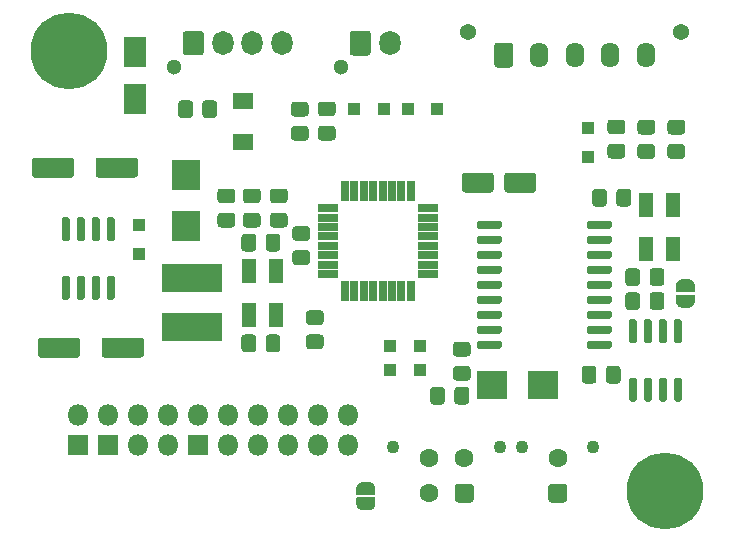
<source format=gbr>
%TF.GenerationSoftware,KiCad,Pcbnew,(5.1.6-0-10_14)*%
%TF.CreationDate,2021-05-10T19:53:14+02:00*%
%TF.ProjectId,CAN_Display,43414e5f-4469-4737-906c-61792e6b6963,rev?*%
%TF.SameCoordinates,Original*%
%TF.FileFunction,Soldermask,Top*%
%TF.FilePolarity,Negative*%
%FSLAX46Y46*%
G04 Gerber Fmt 4.6, Leading zero omitted, Abs format (unit mm)*
G04 Created by KiCad (PCBNEW (5.1.6-0-10_14)) date 2021-05-10 19:53:14*
%MOMM*%
%LPD*%
G01*
G04 APERTURE LIST*
%ADD10O,1.800000X1.800000*%
%ADD11R,1.800000X1.800000*%
%ADD12C,1.300000*%
%ADD13O,1.800000X2.100000*%
%ADD14O,1.800000X2.050000*%
%ADD15O,1.600000X2.120000*%
%ADD16C,1.370000*%
%ADD17R,2.600000X2.400000*%
%ADD18R,1.900000X2.600000*%
%ADD19C,1.600000*%
%ADD20C,1.100000*%
%ADD21R,1.100000X1.100000*%
%ADD22R,1.200000X2.000000*%
%ADD23C,0.100000*%
%ADD24R,1.800000X1.400000*%
%ADD25R,5.200000X2.450000*%
%ADD26R,2.400000X2.600000*%
%ADD27C,0.900000*%
%ADD28C,6.500000*%
%ADD29R,0.650000X1.700000*%
%ADD30R,1.700000X0.650000*%
G04 APERTURE END LIST*
D10*
%TO.C,J5*%
X139192000Y-111760000D03*
X139192000Y-114300000D03*
X136652000Y-111760000D03*
X136652000Y-114300000D03*
X134112000Y-111760000D03*
D11*
X134112000Y-114300000D03*
%TD*%
D12*
%TO.C,J2*%
X153888000Y-82264000D03*
D13*
X157988000Y-80264000D03*
G36*
G01*
X154588000Y-81049294D02*
X154588000Y-79478706D01*
G75*
G02*
X154852706Y-79214000I264706J0D01*
G01*
X156123294Y-79214000D01*
G75*
G02*
X156388000Y-79478706I0J-264706D01*
G01*
X156388000Y-81049294D01*
G75*
G02*
X156123294Y-81314000I-264706J0D01*
G01*
X154852706Y-81314000D01*
G75*
G02*
X154588000Y-81049294I0J264706D01*
G01*
G37*
%TD*%
D12*
%TO.C,J4*%
X139744000Y-82264000D03*
D14*
X148844000Y-80264000D03*
X146344000Y-80264000D03*
X143844000Y-80264000D03*
G36*
G01*
X140444000Y-81024294D02*
X140444000Y-79503706D01*
G75*
G02*
X140708706Y-79239000I264706J0D01*
G01*
X141979294Y-79239000D01*
G75*
G02*
X142244000Y-79503706I0J-264706D01*
G01*
X142244000Y-81024294D01*
G75*
G02*
X141979294Y-81289000I-264706J0D01*
G01*
X140708706Y-81289000D01*
G75*
G02*
X140444000Y-81024294I0J264706D01*
G01*
G37*
%TD*%
D10*
%TO.C,J3*%
X131572000Y-111760000D03*
D11*
X131572000Y-114300000D03*
%TD*%
D15*
%TO.C,J6*%
X179640000Y-81280000D03*
X176640000Y-81280000D03*
X173640000Y-81280000D03*
X170640000Y-81280000D03*
G36*
G01*
X166840000Y-82073333D02*
X166840000Y-80486667D01*
G75*
G02*
X167106667Y-80220000I266667J0D01*
G01*
X168173333Y-80220000D01*
G75*
G02*
X168440000Y-80486667I0J-266667D01*
G01*
X168440000Y-82073333D01*
G75*
G02*
X168173333Y-82340000I-266667J0D01*
G01*
X167106667Y-82340000D01*
G75*
G02*
X166840000Y-82073333I0J266667D01*
G01*
G37*
D16*
X182640000Y-79320000D03*
X164640000Y-79320000D03*
%TD*%
D10*
%TO.C,J7*%
X154432000Y-111760000D03*
X154432000Y-114300000D03*
X151892000Y-111760000D03*
X151892000Y-114300000D03*
X149352000Y-111760000D03*
X149352000Y-114300000D03*
X146812000Y-111760000D03*
X146812000Y-114300000D03*
X144272000Y-111760000D03*
X144272000Y-114300000D03*
X141732000Y-111760000D03*
D11*
X141732000Y-114300000D03*
%TD*%
%TO.C,U1*%
G36*
G01*
X167494000Y-105616000D02*
X167494000Y-105966000D01*
G75*
G02*
X167319000Y-106141000I-175000J0D01*
G01*
X165519000Y-106141000D01*
G75*
G02*
X165344000Y-105966000I0J175000D01*
G01*
X165344000Y-105616000D01*
G75*
G02*
X165519000Y-105441000I175000J0D01*
G01*
X167319000Y-105441000D01*
G75*
G02*
X167494000Y-105616000I0J-175000D01*
G01*
G37*
G36*
G01*
X167494000Y-104346000D02*
X167494000Y-104696000D01*
G75*
G02*
X167319000Y-104871000I-175000J0D01*
G01*
X165519000Y-104871000D01*
G75*
G02*
X165344000Y-104696000I0J175000D01*
G01*
X165344000Y-104346000D01*
G75*
G02*
X165519000Y-104171000I175000J0D01*
G01*
X167319000Y-104171000D01*
G75*
G02*
X167494000Y-104346000I0J-175000D01*
G01*
G37*
G36*
G01*
X167494000Y-103076000D02*
X167494000Y-103426000D01*
G75*
G02*
X167319000Y-103601000I-175000J0D01*
G01*
X165519000Y-103601000D01*
G75*
G02*
X165344000Y-103426000I0J175000D01*
G01*
X165344000Y-103076000D01*
G75*
G02*
X165519000Y-102901000I175000J0D01*
G01*
X167319000Y-102901000D01*
G75*
G02*
X167494000Y-103076000I0J-175000D01*
G01*
G37*
G36*
G01*
X167494000Y-101806000D02*
X167494000Y-102156000D01*
G75*
G02*
X167319000Y-102331000I-175000J0D01*
G01*
X165519000Y-102331000D01*
G75*
G02*
X165344000Y-102156000I0J175000D01*
G01*
X165344000Y-101806000D01*
G75*
G02*
X165519000Y-101631000I175000J0D01*
G01*
X167319000Y-101631000D01*
G75*
G02*
X167494000Y-101806000I0J-175000D01*
G01*
G37*
G36*
G01*
X167494000Y-100536000D02*
X167494000Y-100886000D01*
G75*
G02*
X167319000Y-101061000I-175000J0D01*
G01*
X165519000Y-101061000D01*
G75*
G02*
X165344000Y-100886000I0J175000D01*
G01*
X165344000Y-100536000D01*
G75*
G02*
X165519000Y-100361000I175000J0D01*
G01*
X167319000Y-100361000D01*
G75*
G02*
X167494000Y-100536000I0J-175000D01*
G01*
G37*
G36*
G01*
X167494000Y-99266000D02*
X167494000Y-99616000D01*
G75*
G02*
X167319000Y-99791000I-175000J0D01*
G01*
X165519000Y-99791000D01*
G75*
G02*
X165344000Y-99616000I0J175000D01*
G01*
X165344000Y-99266000D01*
G75*
G02*
X165519000Y-99091000I175000J0D01*
G01*
X167319000Y-99091000D01*
G75*
G02*
X167494000Y-99266000I0J-175000D01*
G01*
G37*
G36*
G01*
X167494000Y-97996000D02*
X167494000Y-98346000D01*
G75*
G02*
X167319000Y-98521000I-175000J0D01*
G01*
X165519000Y-98521000D01*
G75*
G02*
X165344000Y-98346000I0J175000D01*
G01*
X165344000Y-97996000D01*
G75*
G02*
X165519000Y-97821000I175000J0D01*
G01*
X167319000Y-97821000D01*
G75*
G02*
X167494000Y-97996000I0J-175000D01*
G01*
G37*
G36*
G01*
X167494000Y-96726000D02*
X167494000Y-97076000D01*
G75*
G02*
X167319000Y-97251000I-175000J0D01*
G01*
X165519000Y-97251000D01*
G75*
G02*
X165344000Y-97076000I0J175000D01*
G01*
X165344000Y-96726000D01*
G75*
G02*
X165519000Y-96551000I175000J0D01*
G01*
X167319000Y-96551000D01*
G75*
G02*
X167494000Y-96726000I0J-175000D01*
G01*
G37*
G36*
G01*
X167494000Y-95456000D02*
X167494000Y-95806000D01*
G75*
G02*
X167319000Y-95981000I-175000J0D01*
G01*
X165519000Y-95981000D01*
G75*
G02*
X165344000Y-95806000I0J175000D01*
G01*
X165344000Y-95456000D01*
G75*
G02*
X165519000Y-95281000I175000J0D01*
G01*
X167319000Y-95281000D01*
G75*
G02*
X167494000Y-95456000I0J-175000D01*
G01*
G37*
G36*
G01*
X176794000Y-95456000D02*
X176794000Y-95806000D01*
G75*
G02*
X176619000Y-95981000I-175000J0D01*
G01*
X174819000Y-95981000D01*
G75*
G02*
X174644000Y-95806000I0J175000D01*
G01*
X174644000Y-95456000D01*
G75*
G02*
X174819000Y-95281000I175000J0D01*
G01*
X176619000Y-95281000D01*
G75*
G02*
X176794000Y-95456000I0J-175000D01*
G01*
G37*
G36*
G01*
X176794000Y-96726000D02*
X176794000Y-97076000D01*
G75*
G02*
X176619000Y-97251000I-175000J0D01*
G01*
X174819000Y-97251000D01*
G75*
G02*
X174644000Y-97076000I0J175000D01*
G01*
X174644000Y-96726000D01*
G75*
G02*
X174819000Y-96551000I175000J0D01*
G01*
X176619000Y-96551000D01*
G75*
G02*
X176794000Y-96726000I0J-175000D01*
G01*
G37*
G36*
G01*
X176794000Y-97996000D02*
X176794000Y-98346000D01*
G75*
G02*
X176619000Y-98521000I-175000J0D01*
G01*
X174819000Y-98521000D01*
G75*
G02*
X174644000Y-98346000I0J175000D01*
G01*
X174644000Y-97996000D01*
G75*
G02*
X174819000Y-97821000I175000J0D01*
G01*
X176619000Y-97821000D01*
G75*
G02*
X176794000Y-97996000I0J-175000D01*
G01*
G37*
G36*
G01*
X176794000Y-99266000D02*
X176794000Y-99616000D01*
G75*
G02*
X176619000Y-99791000I-175000J0D01*
G01*
X174819000Y-99791000D01*
G75*
G02*
X174644000Y-99616000I0J175000D01*
G01*
X174644000Y-99266000D01*
G75*
G02*
X174819000Y-99091000I175000J0D01*
G01*
X176619000Y-99091000D01*
G75*
G02*
X176794000Y-99266000I0J-175000D01*
G01*
G37*
G36*
G01*
X176794000Y-100536000D02*
X176794000Y-100886000D01*
G75*
G02*
X176619000Y-101061000I-175000J0D01*
G01*
X174819000Y-101061000D01*
G75*
G02*
X174644000Y-100886000I0J175000D01*
G01*
X174644000Y-100536000D01*
G75*
G02*
X174819000Y-100361000I175000J0D01*
G01*
X176619000Y-100361000D01*
G75*
G02*
X176794000Y-100536000I0J-175000D01*
G01*
G37*
G36*
G01*
X176794000Y-101806000D02*
X176794000Y-102156000D01*
G75*
G02*
X176619000Y-102331000I-175000J0D01*
G01*
X174819000Y-102331000D01*
G75*
G02*
X174644000Y-102156000I0J175000D01*
G01*
X174644000Y-101806000D01*
G75*
G02*
X174819000Y-101631000I175000J0D01*
G01*
X176619000Y-101631000D01*
G75*
G02*
X176794000Y-101806000I0J-175000D01*
G01*
G37*
G36*
G01*
X176794000Y-103076000D02*
X176794000Y-103426000D01*
G75*
G02*
X176619000Y-103601000I-175000J0D01*
G01*
X174819000Y-103601000D01*
G75*
G02*
X174644000Y-103426000I0J175000D01*
G01*
X174644000Y-103076000D01*
G75*
G02*
X174819000Y-102901000I175000J0D01*
G01*
X176619000Y-102901000D01*
G75*
G02*
X176794000Y-103076000I0J-175000D01*
G01*
G37*
G36*
G01*
X176794000Y-104346000D02*
X176794000Y-104696000D01*
G75*
G02*
X176619000Y-104871000I-175000J0D01*
G01*
X174819000Y-104871000D01*
G75*
G02*
X174644000Y-104696000I0J175000D01*
G01*
X174644000Y-104346000D01*
G75*
G02*
X174819000Y-104171000I175000J0D01*
G01*
X176619000Y-104171000D01*
G75*
G02*
X176794000Y-104346000I0J-175000D01*
G01*
G37*
G36*
G01*
X176794000Y-105616000D02*
X176794000Y-105966000D01*
G75*
G02*
X176619000Y-106141000I-175000J0D01*
G01*
X174819000Y-106141000D01*
G75*
G02*
X174644000Y-105966000I0J175000D01*
G01*
X174644000Y-105616000D01*
G75*
G02*
X174819000Y-105441000I175000J0D01*
G01*
X176619000Y-105441000D01*
G75*
G02*
X176794000Y-105616000I0J-175000D01*
G01*
G37*
%TD*%
D17*
%TO.C,D2*%
X166642000Y-109220000D03*
X170942000Y-109220000D03*
%TD*%
D18*
%TO.C,D8*%
X136398000Y-81026000D03*
X136398000Y-85026000D03*
%TD*%
D19*
%TO.C,J8*%
X172212000Y-115364000D03*
G36*
G01*
X173012000Y-117830667D02*
X173012000Y-118897333D01*
G75*
G02*
X172745333Y-119164000I-266667J0D01*
G01*
X171678667Y-119164000D01*
G75*
G02*
X171412000Y-118897333I0J266667D01*
G01*
X171412000Y-117830667D01*
G75*
G02*
X171678667Y-117564000I266667J0D01*
G01*
X172745333Y-117564000D01*
G75*
G02*
X173012000Y-117830667I0J-266667D01*
G01*
G37*
D20*
X169212000Y-114424000D03*
X175212000Y-114424000D03*
%TD*%
D21*
%TO.C,D7*%
X160528000Y-107950000D03*
X158028000Y-107950000D03*
%TD*%
%TO.C,D6*%
X160528000Y-105918000D03*
X158028000Y-105918000D03*
%TD*%
%TO.C,D5*%
X154980000Y-85852000D03*
X157480000Y-85852000D03*
%TD*%
%TO.C,D3*%
X159512000Y-85852000D03*
X162012000Y-85852000D03*
%TD*%
%TO.C,D1*%
X174752000Y-89916000D03*
X174752000Y-87416000D03*
%TD*%
%TO.C,D10*%
X136779000Y-95631000D03*
X136779000Y-98131000D03*
%TD*%
D22*
%TO.C,Y2*%
X181991000Y-93980000D03*
X181991000Y-97680000D03*
X179691000Y-97680000D03*
X179691000Y-93980000D03*
%TD*%
%TO.C,Y1*%
X148336000Y-99568000D03*
X148336000Y-103268000D03*
X146036000Y-103268000D03*
X146036000Y-99568000D03*
%TD*%
D23*
%TO.C,JP1*%
G36*
X156755398Y-119274111D02*
G01*
X156755398Y-119292534D01*
X156755157Y-119297435D01*
X156750347Y-119346266D01*
X156749627Y-119351119D01*
X156740055Y-119399244D01*
X156738863Y-119404005D01*
X156724619Y-119450960D01*
X156722966Y-119455579D01*
X156704189Y-119500912D01*
X156702091Y-119505349D01*
X156678960Y-119548622D01*
X156676438Y-119552829D01*
X156649178Y-119593628D01*
X156646254Y-119597570D01*
X156615126Y-119635499D01*
X156611831Y-119639134D01*
X156577134Y-119673831D01*
X156573499Y-119677126D01*
X156535570Y-119708254D01*
X156531628Y-119711178D01*
X156490829Y-119738438D01*
X156486622Y-119740960D01*
X156443349Y-119764091D01*
X156438912Y-119766189D01*
X156393579Y-119784966D01*
X156388960Y-119786619D01*
X156342005Y-119800863D01*
X156337244Y-119802055D01*
X156289119Y-119811627D01*
X156284266Y-119812347D01*
X156235435Y-119817157D01*
X156230534Y-119817398D01*
X156212111Y-119817398D01*
X156206000Y-119818000D01*
X155706000Y-119818000D01*
X155699889Y-119817398D01*
X155681466Y-119817398D01*
X155676565Y-119817157D01*
X155627734Y-119812347D01*
X155622881Y-119811627D01*
X155574756Y-119802055D01*
X155569995Y-119800863D01*
X155523040Y-119786619D01*
X155518421Y-119784966D01*
X155473088Y-119766189D01*
X155468651Y-119764091D01*
X155425378Y-119740960D01*
X155421171Y-119738438D01*
X155380372Y-119711178D01*
X155376430Y-119708254D01*
X155338501Y-119677126D01*
X155334866Y-119673831D01*
X155300169Y-119639134D01*
X155296874Y-119635499D01*
X155265746Y-119597570D01*
X155262822Y-119593628D01*
X155235562Y-119552829D01*
X155233040Y-119548622D01*
X155209909Y-119505349D01*
X155207811Y-119500912D01*
X155189034Y-119455579D01*
X155187381Y-119450960D01*
X155173137Y-119404005D01*
X155171945Y-119399244D01*
X155162373Y-119351119D01*
X155161653Y-119346266D01*
X155156843Y-119297435D01*
X155156602Y-119292534D01*
X155156602Y-119274111D01*
X155156000Y-119268000D01*
X155156000Y-118768000D01*
X155156961Y-118758245D01*
X155159806Y-118748866D01*
X155164427Y-118740221D01*
X155170645Y-118732645D01*
X155178221Y-118726427D01*
X155186866Y-118721806D01*
X155196245Y-118718961D01*
X155206000Y-118718000D01*
X156706000Y-118718000D01*
X156715755Y-118718961D01*
X156725134Y-118721806D01*
X156733779Y-118726427D01*
X156741355Y-118732645D01*
X156747573Y-118740221D01*
X156752194Y-118748866D01*
X156755039Y-118758245D01*
X156756000Y-118768000D01*
X156756000Y-119268000D01*
X156755398Y-119274111D01*
G37*
G36*
X156755039Y-118477755D02*
G01*
X156752194Y-118487134D01*
X156747573Y-118495779D01*
X156741355Y-118503355D01*
X156733779Y-118509573D01*
X156725134Y-118514194D01*
X156715755Y-118517039D01*
X156706000Y-118518000D01*
X155206000Y-118518000D01*
X155196245Y-118517039D01*
X155186866Y-118514194D01*
X155178221Y-118509573D01*
X155170645Y-118503355D01*
X155164427Y-118495779D01*
X155159806Y-118487134D01*
X155156961Y-118477755D01*
X155156000Y-118468000D01*
X155156000Y-117968000D01*
X155156602Y-117961889D01*
X155156602Y-117943466D01*
X155156843Y-117938565D01*
X155161653Y-117889734D01*
X155162373Y-117884881D01*
X155171945Y-117836756D01*
X155173137Y-117831995D01*
X155187381Y-117785040D01*
X155189034Y-117780421D01*
X155207811Y-117735088D01*
X155209909Y-117730651D01*
X155233040Y-117687378D01*
X155235562Y-117683171D01*
X155262822Y-117642372D01*
X155265746Y-117638430D01*
X155296874Y-117600501D01*
X155300169Y-117596866D01*
X155334866Y-117562169D01*
X155338501Y-117558874D01*
X155376430Y-117527746D01*
X155380372Y-117524822D01*
X155421171Y-117497562D01*
X155425378Y-117495040D01*
X155468651Y-117471909D01*
X155473088Y-117469811D01*
X155518421Y-117451034D01*
X155523040Y-117449381D01*
X155569995Y-117435137D01*
X155574756Y-117433945D01*
X155622881Y-117424373D01*
X155627734Y-117423653D01*
X155676565Y-117418843D01*
X155681466Y-117418602D01*
X155699889Y-117418602D01*
X155706000Y-117418000D01*
X156206000Y-117418000D01*
X156212111Y-117418602D01*
X156230534Y-117418602D01*
X156235435Y-117418843D01*
X156284266Y-117423653D01*
X156289119Y-117424373D01*
X156337244Y-117433945D01*
X156342005Y-117435137D01*
X156388960Y-117449381D01*
X156393579Y-117451034D01*
X156438912Y-117469811D01*
X156443349Y-117471909D01*
X156486622Y-117495040D01*
X156490829Y-117497562D01*
X156531628Y-117524822D01*
X156535570Y-117527746D01*
X156573499Y-117558874D01*
X156577134Y-117562169D01*
X156611831Y-117596866D01*
X156615126Y-117600501D01*
X156646254Y-117638430D01*
X156649178Y-117642372D01*
X156676438Y-117683171D01*
X156678960Y-117687378D01*
X156702091Y-117730651D01*
X156704189Y-117735088D01*
X156722966Y-117780421D01*
X156724619Y-117785040D01*
X156738863Y-117831995D01*
X156740055Y-117836756D01*
X156749627Y-117884881D01*
X156750347Y-117889734D01*
X156755157Y-117938565D01*
X156755398Y-117943466D01*
X156755398Y-117961889D01*
X156756000Y-117968000D01*
X156756000Y-118468000D01*
X156755039Y-118477755D01*
G37*
%TD*%
%TO.C,R7*%
G36*
G01*
X150846262Y-86477000D02*
X149889738Y-86477000D01*
G75*
G02*
X149618000Y-86205262I0J271738D01*
G01*
X149618000Y-85498738D01*
G75*
G02*
X149889738Y-85227000I271738J0D01*
G01*
X150846262Y-85227000D01*
G75*
G02*
X151118000Y-85498738I0J-271738D01*
G01*
X151118000Y-86205262D01*
G75*
G02*
X150846262Y-86477000I-271738J0D01*
G01*
G37*
G36*
G01*
X150846262Y-88527000D02*
X149889738Y-88527000D01*
G75*
G02*
X149618000Y-88255262I0J271738D01*
G01*
X149618000Y-87548738D01*
G75*
G02*
X149889738Y-87277000I271738J0D01*
G01*
X150846262Y-87277000D01*
G75*
G02*
X151118000Y-87548738I0J-271738D01*
G01*
X151118000Y-88255262D01*
G75*
G02*
X150846262Y-88527000I-271738J0D01*
G01*
G37*
%TD*%
%TO.C,R6*%
G36*
G01*
X141323000Y-85373738D02*
X141323000Y-86330262D01*
G75*
G02*
X141051262Y-86602000I-271738J0D01*
G01*
X140344738Y-86602000D01*
G75*
G02*
X140073000Y-86330262I0J271738D01*
G01*
X140073000Y-85373738D01*
G75*
G02*
X140344738Y-85102000I271738J0D01*
G01*
X141051262Y-85102000D01*
G75*
G02*
X141323000Y-85373738I0J-271738D01*
G01*
G37*
G36*
G01*
X143373000Y-85373738D02*
X143373000Y-86330262D01*
G75*
G02*
X143101262Y-86602000I-271738J0D01*
G01*
X142394738Y-86602000D01*
G75*
G02*
X142123000Y-86330262I0J271738D01*
G01*
X142123000Y-85373738D01*
G75*
G02*
X142394738Y-85102000I271738J0D01*
G01*
X143101262Y-85102000D01*
G75*
G02*
X143373000Y-85373738I0J-271738D01*
G01*
G37*
%TD*%
D24*
%TO.C,D4*%
X145542000Y-85146000D03*
X145542000Y-88646000D03*
%TD*%
%TO.C,C11*%
G36*
G01*
X167687000Y-92659375D02*
X167687000Y-91490625D01*
G75*
G02*
X167952625Y-91225000I265625J0D01*
G01*
X170121375Y-91225000D01*
G75*
G02*
X170387000Y-91490625I0J-265625D01*
G01*
X170387000Y-92659375D01*
G75*
G02*
X170121375Y-92925000I-265625J0D01*
G01*
X167952625Y-92925000D01*
G75*
G02*
X167687000Y-92659375I0J265625D01*
G01*
G37*
G36*
G01*
X164087000Y-92659375D02*
X164087000Y-91490625D01*
G75*
G02*
X164352625Y-91225000I265625J0D01*
G01*
X166521375Y-91225000D01*
G75*
G02*
X166787000Y-91490625I0J-265625D01*
G01*
X166787000Y-92659375D01*
G75*
G02*
X166521375Y-92925000I-265625J0D01*
G01*
X164352625Y-92925000D01*
G75*
G02*
X164087000Y-92659375I0J265625D01*
G01*
G37*
%TD*%
%TO.C,C10*%
G36*
G01*
X153132262Y-86459000D02*
X152175738Y-86459000D01*
G75*
G02*
X151904000Y-86187262I0J271738D01*
G01*
X151904000Y-85480738D01*
G75*
G02*
X152175738Y-85209000I271738J0D01*
G01*
X153132262Y-85209000D01*
G75*
G02*
X153404000Y-85480738I0J-271738D01*
G01*
X153404000Y-86187262D01*
G75*
G02*
X153132262Y-86459000I-271738J0D01*
G01*
G37*
G36*
G01*
X153132262Y-88509000D02*
X152175738Y-88509000D01*
G75*
G02*
X151904000Y-88237262I0J271738D01*
G01*
X151904000Y-87530738D01*
G75*
G02*
X152175738Y-87259000I271738J0D01*
G01*
X153132262Y-87259000D01*
G75*
G02*
X153404000Y-87530738I0J-271738D01*
G01*
X153404000Y-88237262D01*
G75*
G02*
X153132262Y-88509000I-271738J0D01*
G01*
G37*
%TD*%
%TO.C,U4*%
G36*
G01*
X134191000Y-99940000D02*
X134541000Y-99940000D01*
G75*
G02*
X134716000Y-100115000I0J-175000D01*
G01*
X134716000Y-101815000D01*
G75*
G02*
X134541000Y-101990000I-175000J0D01*
G01*
X134191000Y-101990000D01*
G75*
G02*
X134016000Y-101815000I0J175000D01*
G01*
X134016000Y-100115000D01*
G75*
G02*
X134191000Y-99940000I175000J0D01*
G01*
G37*
G36*
G01*
X132921000Y-99940000D02*
X133271000Y-99940000D01*
G75*
G02*
X133446000Y-100115000I0J-175000D01*
G01*
X133446000Y-101815000D01*
G75*
G02*
X133271000Y-101990000I-175000J0D01*
G01*
X132921000Y-101990000D01*
G75*
G02*
X132746000Y-101815000I0J175000D01*
G01*
X132746000Y-100115000D01*
G75*
G02*
X132921000Y-99940000I175000J0D01*
G01*
G37*
G36*
G01*
X131651000Y-99940000D02*
X132001000Y-99940000D01*
G75*
G02*
X132176000Y-100115000I0J-175000D01*
G01*
X132176000Y-101815000D01*
G75*
G02*
X132001000Y-101990000I-175000J0D01*
G01*
X131651000Y-101990000D01*
G75*
G02*
X131476000Y-101815000I0J175000D01*
G01*
X131476000Y-100115000D01*
G75*
G02*
X131651000Y-99940000I175000J0D01*
G01*
G37*
G36*
G01*
X130381000Y-99940000D02*
X130731000Y-99940000D01*
G75*
G02*
X130906000Y-100115000I0J-175000D01*
G01*
X130906000Y-101815000D01*
G75*
G02*
X130731000Y-101990000I-175000J0D01*
G01*
X130381000Y-101990000D01*
G75*
G02*
X130206000Y-101815000I0J175000D01*
G01*
X130206000Y-100115000D01*
G75*
G02*
X130381000Y-99940000I175000J0D01*
G01*
G37*
G36*
G01*
X130381000Y-94990000D02*
X130731000Y-94990000D01*
G75*
G02*
X130906000Y-95165000I0J-175000D01*
G01*
X130906000Y-96865000D01*
G75*
G02*
X130731000Y-97040000I-175000J0D01*
G01*
X130381000Y-97040000D01*
G75*
G02*
X130206000Y-96865000I0J175000D01*
G01*
X130206000Y-95165000D01*
G75*
G02*
X130381000Y-94990000I175000J0D01*
G01*
G37*
G36*
G01*
X131651000Y-94990000D02*
X132001000Y-94990000D01*
G75*
G02*
X132176000Y-95165000I0J-175000D01*
G01*
X132176000Y-96865000D01*
G75*
G02*
X132001000Y-97040000I-175000J0D01*
G01*
X131651000Y-97040000D01*
G75*
G02*
X131476000Y-96865000I0J175000D01*
G01*
X131476000Y-95165000D01*
G75*
G02*
X131651000Y-94990000I175000J0D01*
G01*
G37*
G36*
G01*
X132921000Y-94990000D02*
X133271000Y-94990000D01*
G75*
G02*
X133446000Y-95165000I0J-175000D01*
G01*
X133446000Y-96865000D01*
G75*
G02*
X133271000Y-97040000I-175000J0D01*
G01*
X132921000Y-97040000D01*
G75*
G02*
X132746000Y-96865000I0J175000D01*
G01*
X132746000Y-95165000D01*
G75*
G02*
X132921000Y-94990000I175000J0D01*
G01*
G37*
G36*
G01*
X134191000Y-94990000D02*
X134541000Y-94990000D01*
G75*
G02*
X134716000Y-95165000I0J-175000D01*
G01*
X134716000Y-96865000D01*
G75*
G02*
X134541000Y-97040000I-175000J0D01*
G01*
X134191000Y-97040000D01*
G75*
G02*
X134016000Y-96865000I0J175000D01*
G01*
X134016000Y-95165000D01*
G75*
G02*
X134191000Y-94990000I175000J0D01*
G01*
G37*
%TD*%
D25*
%TO.C,L1*%
X141224000Y-104267000D03*
X141224000Y-100117000D03*
%TD*%
D26*
%TO.C,D9*%
X140716000Y-95758000D03*
X140716000Y-91458000D03*
%TD*%
%TO.C,C14*%
G36*
G01*
X131782000Y-105460625D02*
X131782000Y-106629375D01*
G75*
G02*
X131516375Y-106895000I-265625J0D01*
G01*
X128447625Y-106895000D01*
G75*
G02*
X128182000Y-106629375I0J265625D01*
G01*
X128182000Y-105460625D01*
G75*
G02*
X128447625Y-105195000I265625J0D01*
G01*
X131516375Y-105195000D01*
G75*
G02*
X131782000Y-105460625I0J-265625D01*
G01*
G37*
G36*
G01*
X137182000Y-105460625D02*
X137182000Y-106629375D01*
G75*
G02*
X136916375Y-106895000I-265625J0D01*
G01*
X133847625Y-106895000D01*
G75*
G02*
X133582000Y-106629375I0J265625D01*
G01*
X133582000Y-105460625D01*
G75*
G02*
X133847625Y-105195000I265625J0D01*
G01*
X136916375Y-105195000D01*
G75*
G02*
X137182000Y-105460625I0J-265625D01*
G01*
G37*
%TD*%
%TO.C,C13*%
G36*
G01*
X131274000Y-90220625D02*
X131274000Y-91389375D01*
G75*
G02*
X131008375Y-91655000I-265625J0D01*
G01*
X127939625Y-91655000D01*
G75*
G02*
X127674000Y-91389375I0J265625D01*
G01*
X127674000Y-90220625D01*
G75*
G02*
X127939625Y-89955000I265625J0D01*
G01*
X131008375Y-89955000D01*
G75*
G02*
X131274000Y-90220625I0J-265625D01*
G01*
G37*
G36*
G01*
X136674000Y-90220625D02*
X136674000Y-91389375D01*
G75*
G02*
X136408375Y-91655000I-265625J0D01*
G01*
X133339625Y-91655000D01*
G75*
G02*
X133074000Y-91389375I0J265625D01*
G01*
X133074000Y-90220625D01*
G75*
G02*
X133339625Y-89955000I265625J0D01*
G01*
X136408375Y-89955000D01*
G75*
G02*
X136674000Y-90220625I0J-265625D01*
G01*
G37*
%TD*%
%TO.C,C4*%
G36*
G01*
X176686738Y-88783000D02*
X177643262Y-88783000D01*
G75*
G02*
X177915000Y-89054738I0J-271738D01*
G01*
X177915000Y-89761262D01*
G75*
G02*
X177643262Y-90033000I-271738J0D01*
G01*
X176686738Y-90033000D01*
G75*
G02*
X176415000Y-89761262I0J271738D01*
G01*
X176415000Y-89054738D01*
G75*
G02*
X176686738Y-88783000I271738J0D01*
G01*
G37*
G36*
G01*
X176686738Y-86733000D02*
X177643262Y-86733000D01*
G75*
G02*
X177915000Y-87004738I0J-271738D01*
G01*
X177915000Y-87711262D01*
G75*
G02*
X177643262Y-87983000I-271738J0D01*
G01*
X176686738Y-87983000D01*
G75*
G02*
X176415000Y-87711262I0J271738D01*
G01*
X176415000Y-87004738D01*
G75*
G02*
X176686738Y-86733000I271738J0D01*
G01*
G37*
%TD*%
%TO.C,R5*%
G36*
G01*
X143666738Y-94625000D02*
X144623262Y-94625000D01*
G75*
G02*
X144895000Y-94896738I0J-271738D01*
G01*
X144895000Y-95603262D01*
G75*
G02*
X144623262Y-95875000I-271738J0D01*
G01*
X143666738Y-95875000D01*
G75*
G02*
X143395000Y-95603262I0J271738D01*
G01*
X143395000Y-94896738D01*
G75*
G02*
X143666738Y-94625000I271738J0D01*
G01*
G37*
G36*
G01*
X143666738Y-92575000D02*
X144623262Y-92575000D01*
G75*
G02*
X144895000Y-92846738I0J-271738D01*
G01*
X144895000Y-93553262D01*
G75*
G02*
X144623262Y-93825000I-271738J0D01*
G01*
X143666738Y-93825000D01*
G75*
G02*
X143395000Y-93553262I0J271738D01*
G01*
X143395000Y-92846738D01*
G75*
G02*
X143666738Y-92575000I271738J0D01*
G01*
G37*
%TD*%
%TO.C,R4*%
G36*
G01*
X148111738Y-94625000D02*
X149068262Y-94625000D01*
G75*
G02*
X149340000Y-94896738I0J-271738D01*
G01*
X149340000Y-95603262D01*
G75*
G02*
X149068262Y-95875000I-271738J0D01*
G01*
X148111738Y-95875000D01*
G75*
G02*
X147840000Y-95603262I0J271738D01*
G01*
X147840000Y-94896738D01*
G75*
G02*
X148111738Y-94625000I271738J0D01*
G01*
G37*
G36*
G01*
X148111738Y-92575000D02*
X149068262Y-92575000D01*
G75*
G02*
X149340000Y-92846738I0J-271738D01*
G01*
X149340000Y-93553262D01*
G75*
G02*
X149068262Y-93825000I-271738J0D01*
G01*
X148111738Y-93825000D01*
G75*
G02*
X147840000Y-93553262I0J271738D01*
G01*
X147840000Y-92846738D01*
G75*
G02*
X148111738Y-92575000I271738J0D01*
G01*
G37*
%TD*%
%TO.C,C9*%
G36*
G01*
X146782262Y-93825000D02*
X145825738Y-93825000D01*
G75*
G02*
X145554000Y-93553262I0J271738D01*
G01*
X145554000Y-92846738D01*
G75*
G02*
X145825738Y-92575000I271738J0D01*
G01*
X146782262Y-92575000D01*
G75*
G02*
X147054000Y-92846738I0J-271738D01*
G01*
X147054000Y-93553262D01*
G75*
G02*
X146782262Y-93825000I-271738J0D01*
G01*
G37*
G36*
G01*
X146782262Y-95875000D02*
X145825738Y-95875000D01*
G75*
G02*
X145554000Y-95603262I0J271738D01*
G01*
X145554000Y-94896738D01*
G75*
G02*
X145825738Y-94625000I271738J0D01*
G01*
X146782262Y-94625000D01*
G75*
G02*
X147054000Y-94896738I0J-271738D01*
G01*
X147054000Y-95603262D01*
G75*
G02*
X146782262Y-95875000I-271738J0D01*
G01*
G37*
%TD*%
D27*
%TO.C,H2*%
X182972112Y-116459000D03*
X181275056Y-115756056D03*
X179578000Y-116459000D03*
X178875056Y-118156056D03*
X179578000Y-119853112D03*
X181275056Y-120556056D03*
X182972112Y-119853112D03*
X183675056Y-118156056D03*
D28*
X181275056Y-118156056D03*
%TD*%
D27*
%TO.C,H1*%
X132507056Y-79201944D03*
X130810000Y-78499000D03*
X129112944Y-79201944D03*
X128410000Y-80899000D03*
X129112944Y-82596056D03*
X130810000Y-83299000D03*
X132507056Y-82596056D03*
X133210000Y-80899000D03*
D28*
X130810000Y-80899000D03*
%TD*%
%TO.C,U2*%
G36*
G01*
X182197000Y-108573000D02*
X182547000Y-108573000D01*
G75*
G02*
X182722000Y-108748000I0J-175000D01*
G01*
X182722000Y-110448000D01*
G75*
G02*
X182547000Y-110623000I-175000J0D01*
G01*
X182197000Y-110623000D01*
G75*
G02*
X182022000Y-110448000I0J175000D01*
G01*
X182022000Y-108748000D01*
G75*
G02*
X182197000Y-108573000I175000J0D01*
G01*
G37*
G36*
G01*
X180927000Y-108573000D02*
X181277000Y-108573000D01*
G75*
G02*
X181452000Y-108748000I0J-175000D01*
G01*
X181452000Y-110448000D01*
G75*
G02*
X181277000Y-110623000I-175000J0D01*
G01*
X180927000Y-110623000D01*
G75*
G02*
X180752000Y-110448000I0J175000D01*
G01*
X180752000Y-108748000D01*
G75*
G02*
X180927000Y-108573000I175000J0D01*
G01*
G37*
G36*
G01*
X179657000Y-108573000D02*
X180007000Y-108573000D01*
G75*
G02*
X180182000Y-108748000I0J-175000D01*
G01*
X180182000Y-110448000D01*
G75*
G02*
X180007000Y-110623000I-175000J0D01*
G01*
X179657000Y-110623000D01*
G75*
G02*
X179482000Y-110448000I0J175000D01*
G01*
X179482000Y-108748000D01*
G75*
G02*
X179657000Y-108573000I175000J0D01*
G01*
G37*
G36*
G01*
X178387000Y-108573000D02*
X178737000Y-108573000D01*
G75*
G02*
X178912000Y-108748000I0J-175000D01*
G01*
X178912000Y-110448000D01*
G75*
G02*
X178737000Y-110623000I-175000J0D01*
G01*
X178387000Y-110623000D01*
G75*
G02*
X178212000Y-110448000I0J175000D01*
G01*
X178212000Y-108748000D01*
G75*
G02*
X178387000Y-108573000I175000J0D01*
G01*
G37*
G36*
G01*
X178387000Y-103623000D02*
X178737000Y-103623000D01*
G75*
G02*
X178912000Y-103798000I0J-175000D01*
G01*
X178912000Y-105498000D01*
G75*
G02*
X178737000Y-105673000I-175000J0D01*
G01*
X178387000Y-105673000D01*
G75*
G02*
X178212000Y-105498000I0J175000D01*
G01*
X178212000Y-103798000D01*
G75*
G02*
X178387000Y-103623000I175000J0D01*
G01*
G37*
G36*
G01*
X179657000Y-103623000D02*
X180007000Y-103623000D01*
G75*
G02*
X180182000Y-103798000I0J-175000D01*
G01*
X180182000Y-105498000D01*
G75*
G02*
X180007000Y-105673000I-175000J0D01*
G01*
X179657000Y-105673000D01*
G75*
G02*
X179482000Y-105498000I0J175000D01*
G01*
X179482000Y-103798000D01*
G75*
G02*
X179657000Y-103623000I175000J0D01*
G01*
G37*
G36*
G01*
X180927000Y-103623000D02*
X181277000Y-103623000D01*
G75*
G02*
X181452000Y-103798000I0J-175000D01*
G01*
X181452000Y-105498000D01*
G75*
G02*
X181277000Y-105673000I-175000J0D01*
G01*
X180927000Y-105673000D01*
G75*
G02*
X180752000Y-105498000I0J175000D01*
G01*
X180752000Y-103798000D01*
G75*
G02*
X180927000Y-103623000I175000J0D01*
G01*
G37*
G36*
G01*
X182197000Y-103623000D02*
X182547000Y-103623000D01*
G75*
G02*
X182722000Y-103798000I0J-175000D01*
G01*
X182722000Y-105498000D01*
G75*
G02*
X182547000Y-105673000I-175000J0D01*
G01*
X182197000Y-105673000D01*
G75*
G02*
X182022000Y-105498000I0J175000D01*
G01*
X182022000Y-103798000D01*
G75*
G02*
X182197000Y-103623000I175000J0D01*
G01*
G37*
%TD*%
%TO.C,R3*%
G36*
G01*
X162659000Y-109630738D02*
X162659000Y-110587262D01*
G75*
G02*
X162387262Y-110859000I-271738J0D01*
G01*
X161680738Y-110859000D01*
G75*
G02*
X161409000Y-110587262I0J271738D01*
G01*
X161409000Y-109630738D01*
G75*
G02*
X161680738Y-109359000I271738J0D01*
G01*
X162387262Y-109359000D01*
G75*
G02*
X162659000Y-109630738I0J-271738D01*
G01*
G37*
G36*
G01*
X164709000Y-109630738D02*
X164709000Y-110587262D01*
G75*
G02*
X164437262Y-110859000I-271738J0D01*
G01*
X163730738Y-110859000D01*
G75*
G02*
X163459000Y-110587262I0J271738D01*
G01*
X163459000Y-109630738D01*
G75*
G02*
X163730738Y-109359000I271738J0D01*
G01*
X164437262Y-109359000D01*
G75*
G02*
X164709000Y-109630738I0J-271738D01*
G01*
G37*
%TD*%
D19*
%TO.C,J1*%
X161290000Y-115364000D03*
X164290000Y-115364000D03*
X161290000Y-118364000D03*
G36*
G01*
X165090000Y-117830667D02*
X165090000Y-118897333D01*
G75*
G02*
X164823333Y-119164000I-266667J0D01*
G01*
X163756667Y-119164000D01*
G75*
G02*
X163490000Y-118897333I0J266667D01*
G01*
X163490000Y-117830667D01*
G75*
G02*
X163756667Y-117564000I266667J0D01*
G01*
X164823333Y-117564000D01*
G75*
G02*
X165090000Y-117830667I0J-266667D01*
G01*
G37*
D20*
X158290000Y-114424000D03*
X167290000Y-114424000D03*
%TD*%
%TO.C,R8*%
G36*
G01*
X151159738Y-104930000D02*
X152116262Y-104930000D01*
G75*
G02*
X152388000Y-105201738I0J-271738D01*
G01*
X152388000Y-105908262D01*
G75*
G02*
X152116262Y-106180000I-271738J0D01*
G01*
X151159738Y-106180000D01*
G75*
G02*
X150888000Y-105908262I0J271738D01*
G01*
X150888000Y-105201738D01*
G75*
G02*
X151159738Y-104930000I271738J0D01*
G01*
G37*
G36*
G01*
X151159738Y-102880000D02*
X152116262Y-102880000D01*
G75*
G02*
X152388000Y-103151738I0J-271738D01*
G01*
X152388000Y-103858262D01*
G75*
G02*
X152116262Y-104130000I-271738J0D01*
G01*
X151159738Y-104130000D01*
G75*
G02*
X150888000Y-103858262I0J271738D01*
G01*
X150888000Y-103151738D01*
G75*
G02*
X151159738Y-102880000I271738J0D01*
G01*
G37*
%TD*%
D29*
%TO.C,U3*%
X154172000Y-92778000D03*
X154972000Y-92778000D03*
X155772000Y-92778000D03*
X156572000Y-92778000D03*
X157372000Y-92778000D03*
X158172000Y-92778000D03*
X158972000Y-92778000D03*
X159772000Y-92778000D03*
D30*
X161222000Y-94228000D03*
X161222000Y-95028000D03*
X161222000Y-95828000D03*
X161222000Y-96628000D03*
X161222000Y-97428000D03*
X161222000Y-98228000D03*
X161222000Y-99028000D03*
X161222000Y-99828000D03*
D29*
X159772000Y-101278000D03*
X158972000Y-101278000D03*
X158172000Y-101278000D03*
X157372000Y-101278000D03*
X156572000Y-101278000D03*
X155772000Y-101278000D03*
X154972000Y-101278000D03*
X154172000Y-101278000D03*
D30*
X152722000Y-99828000D03*
X152722000Y-99028000D03*
X152722000Y-98228000D03*
X152722000Y-97428000D03*
X152722000Y-96628000D03*
X152722000Y-95828000D03*
X152722000Y-95028000D03*
X152722000Y-94228000D03*
%TD*%
%TO.C,C5*%
G36*
G01*
X176286000Y-108809262D02*
X176286000Y-107852738D01*
G75*
G02*
X176557738Y-107581000I271738J0D01*
G01*
X177264262Y-107581000D01*
G75*
G02*
X177536000Y-107852738I0J-271738D01*
G01*
X177536000Y-108809262D01*
G75*
G02*
X177264262Y-109081000I-271738J0D01*
G01*
X176557738Y-109081000D01*
G75*
G02*
X176286000Y-108809262I0J271738D01*
G01*
G37*
G36*
G01*
X174236000Y-108809262D02*
X174236000Y-107852738D01*
G75*
G02*
X174507738Y-107581000I271738J0D01*
G01*
X175214262Y-107581000D01*
G75*
G02*
X175486000Y-107852738I0J-271738D01*
G01*
X175486000Y-108809262D01*
G75*
G02*
X175214262Y-109081000I-271738J0D01*
G01*
X174507738Y-109081000D01*
G75*
G02*
X174236000Y-108809262I0J271738D01*
G01*
G37*
%TD*%
%TO.C,C1*%
G36*
G01*
X164562262Y-106797000D02*
X163605738Y-106797000D01*
G75*
G02*
X163334000Y-106525262I0J271738D01*
G01*
X163334000Y-105818738D01*
G75*
G02*
X163605738Y-105547000I271738J0D01*
G01*
X164562262Y-105547000D01*
G75*
G02*
X164834000Y-105818738I0J-271738D01*
G01*
X164834000Y-106525262D01*
G75*
G02*
X164562262Y-106797000I-271738J0D01*
G01*
G37*
G36*
G01*
X164562262Y-108847000D02*
X163605738Y-108847000D01*
G75*
G02*
X163334000Y-108575262I0J271738D01*
G01*
X163334000Y-107868738D01*
G75*
G02*
X163605738Y-107597000I271738J0D01*
G01*
X164562262Y-107597000D01*
G75*
G02*
X164834000Y-107868738I0J-271738D01*
G01*
X164834000Y-108575262D01*
G75*
G02*
X164562262Y-108847000I-271738J0D01*
G01*
G37*
%TD*%
%TO.C,C6*%
G36*
G01*
X150973262Y-97000000D02*
X150016738Y-97000000D01*
G75*
G02*
X149745000Y-96728262I0J271738D01*
G01*
X149745000Y-96021738D01*
G75*
G02*
X150016738Y-95750000I271738J0D01*
G01*
X150973262Y-95750000D01*
G75*
G02*
X151245000Y-96021738I0J-271738D01*
G01*
X151245000Y-96728262D01*
G75*
G02*
X150973262Y-97000000I-271738J0D01*
G01*
G37*
G36*
G01*
X150973262Y-99050000D02*
X150016738Y-99050000D01*
G75*
G02*
X149745000Y-98778262I0J271738D01*
G01*
X149745000Y-98071738D01*
G75*
G02*
X150016738Y-97800000I271738J0D01*
G01*
X150973262Y-97800000D01*
G75*
G02*
X151245000Y-98071738I0J-271738D01*
G01*
X151245000Y-98778262D01*
G75*
G02*
X150973262Y-99050000I-271738J0D01*
G01*
G37*
%TD*%
%TO.C,C12*%
G36*
G01*
X181766738Y-88801000D02*
X182723262Y-88801000D01*
G75*
G02*
X182995000Y-89072738I0J-271738D01*
G01*
X182995000Y-89779262D01*
G75*
G02*
X182723262Y-90051000I-271738J0D01*
G01*
X181766738Y-90051000D01*
G75*
G02*
X181495000Y-89779262I0J271738D01*
G01*
X181495000Y-89072738D01*
G75*
G02*
X181766738Y-88801000I271738J0D01*
G01*
G37*
G36*
G01*
X181766738Y-86751000D02*
X182723262Y-86751000D01*
G75*
G02*
X182995000Y-87022738I0J-271738D01*
G01*
X182995000Y-87729262D01*
G75*
G02*
X182723262Y-88001000I-271738J0D01*
G01*
X181766738Y-88001000D01*
G75*
G02*
X181495000Y-87729262I0J271738D01*
G01*
X181495000Y-87022738D01*
G75*
G02*
X181766738Y-86751000I271738J0D01*
G01*
G37*
%TD*%
%TO.C,R2*%
G36*
G01*
X179187000Y-101629738D02*
X179187000Y-102586262D01*
G75*
G02*
X178915262Y-102858000I-271738J0D01*
G01*
X178208738Y-102858000D01*
G75*
G02*
X177937000Y-102586262I0J271738D01*
G01*
X177937000Y-101629738D01*
G75*
G02*
X178208738Y-101358000I271738J0D01*
G01*
X178915262Y-101358000D01*
G75*
G02*
X179187000Y-101629738I0J-271738D01*
G01*
G37*
G36*
G01*
X181237000Y-101629738D02*
X181237000Y-102586262D01*
G75*
G02*
X180965262Y-102858000I-271738J0D01*
G01*
X180258738Y-102858000D01*
G75*
G02*
X179987000Y-102586262I0J271738D01*
G01*
X179987000Y-101629738D01*
G75*
G02*
X180258738Y-101358000I271738J0D01*
G01*
X180965262Y-101358000D01*
G75*
G02*
X181237000Y-101629738I0J-271738D01*
G01*
G37*
%TD*%
%TO.C,R1*%
G36*
G01*
X179226738Y-88801000D02*
X180183262Y-88801000D01*
G75*
G02*
X180455000Y-89072738I0J-271738D01*
G01*
X180455000Y-89779262D01*
G75*
G02*
X180183262Y-90051000I-271738J0D01*
G01*
X179226738Y-90051000D01*
G75*
G02*
X178955000Y-89779262I0J271738D01*
G01*
X178955000Y-89072738D01*
G75*
G02*
X179226738Y-88801000I271738J0D01*
G01*
G37*
G36*
G01*
X179226738Y-86751000D02*
X180183262Y-86751000D01*
G75*
G02*
X180455000Y-87022738I0J-271738D01*
G01*
X180455000Y-87729262D01*
G75*
G02*
X180183262Y-88001000I-271738J0D01*
G01*
X179226738Y-88001000D01*
G75*
G02*
X178955000Y-87729262I0J271738D01*
G01*
X178955000Y-87022738D01*
G75*
G02*
X179226738Y-86751000I271738J0D01*
G01*
G37*
%TD*%
D23*
%TO.C,JP2*%
G36*
X183806398Y-102114111D02*
G01*
X183806398Y-102132534D01*
X183806157Y-102137435D01*
X183801347Y-102186266D01*
X183800627Y-102191119D01*
X183791055Y-102239244D01*
X183789863Y-102244005D01*
X183775619Y-102290960D01*
X183773966Y-102295579D01*
X183755189Y-102340912D01*
X183753091Y-102345349D01*
X183729960Y-102388622D01*
X183727438Y-102392829D01*
X183700178Y-102433628D01*
X183697254Y-102437570D01*
X183666126Y-102475499D01*
X183662831Y-102479134D01*
X183628134Y-102513831D01*
X183624499Y-102517126D01*
X183586570Y-102548254D01*
X183582628Y-102551178D01*
X183541829Y-102578438D01*
X183537622Y-102580960D01*
X183494349Y-102604091D01*
X183489912Y-102606189D01*
X183444579Y-102624966D01*
X183439960Y-102626619D01*
X183393005Y-102640863D01*
X183388244Y-102642055D01*
X183340119Y-102651627D01*
X183335266Y-102652347D01*
X183286435Y-102657157D01*
X183281534Y-102657398D01*
X183263111Y-102657398D01*
X183257000Y-102658000D01*
X182757000Y-102658000D01*
X182750889Y-102657398D01*
X182732466Y-102657398D01*
X182727565Y-102657157D01*
X182678734Y-102652347D01*
X182673881Y-102651627D01*
X182625756Y-102642055D01*
X182620995Y-102640863D01*
X182574040Y-102626619D01*
X182569421Y-102624966D01*
X182524088Y-102606189D01*
X182519651Y-102604091D01*
X182476378Y-102580960D01*
X182472171Y-102578438D01*
X182431372Y-102551178D01*
X182427430Y-102548254D01*
X182389501Y-102517126D01*
X182385866Y-102513831D01*
X182351169Y-102479134D01*
X182347874Y-102475499D01*
X182316746Y-102437570D01*
X182313822Y-102433628D01*
X182286562Y-102392829D01*
X182284040Y-102388622D01*
X182260909Y-102345349D01*
X182258811Y-102340912D01*
X182240034Y-102295579D01*
X182238381Y-102290960D01*
X182224137Y-102244005D01*
X182222945Y-102239244D01*
X182213373Y-102191119D01*
X182212653Y-102186266D01*
X182207843Y-102137435D01*
X182207602Y-102132534D01*
X182207602Y-102114111D01*
X182207000Y-102108000D01*
X182207000Y-101608000D01*
X182207961Y-101598245D01*
X182210806Y-101588866D01*
X182215427Y-101580221D01*
X182221645Y-101572645D01*
X182229221Y-101566427D01*
X182237866Y-101561806D01*
X182247245Y-101558961D01*
X182257000Y-101558000D01*
X183757000Y-101558000D01*
X183766755Y-101558961D01*
X183776134Y-101561806D01*
X183784779Y-101566427D01*
X183792355Y-101572645D01*
X183798573Y-101580221D01*
X183803194Y-101588866D01*
X183806039Y-101598245D01*
X183807000Y-101608000D01*
X183807000Y-102108000D01*
X183806398Y-102114111D01*
G37*
G36*
X183806039Y-101317755D02*
G01*
X183803194Y-101327134D01*
X183798573Y-101335779D01*
X183792355Y-101343355D01*
X183784779Y-101349573D01*
X183776134Y-101354194D01*
X183766755Y-101357039D01*
X183757000Y-101358000D01*
X182257000Y-101358000D01*
X182247245Y-101357039D01*
X182237866Y-101354194D01*
X182229221Y-101349573D01*
X182221645Y-101343355D01*
X182215427Y-101335779D01*
X182210806Y-101327134D01*
X182207961Y-101317755D01*
X182207000Y-101308000D01*
X182207000Y-100808000D01*
X182207602Y-100801889D01*
X182207602Y-100783466D01*
X182207843Y-100778565D01*
X182212653Y-100729734D01*
X182213373Y-100724881D01*
X182222945Y-100676756D01*
X182224137Y-100671995D01*
X182238381Y-100625040D01*
X182240034Y-100620421D01*
X182258811Y-100575088D01*
X182260909Y-100570651D01*
X182284040Y-100527378D01*
X182286562Y-100523171D01*
X182313822Y-100482372D01*
X182316746Y-100478430D01*
X182347874Y-100440501D01*
X182351169Y-100436866D01*
X182385866Y-100402169D01*
X182389501Y-100398874D01*
X182427430Y-100367746D01*
X182431372Y-100364822D01*
X182472171Y-100337562D01*
X182476378Y-100335040D01*
X182519651Y-100311909D01*
X182524088Y-100309811D01*
X182569421Y-100291034D01*
X182574040Y-100289381D01*
X182620995Y-100275137D01*
X182625756Y-100273945D01*
X182673881Y-100264373D01*
X182678734Y-100263653D01*
X182727565Y-100258843D01*
X182732466Y-100258602D01*
X182750889Y-100258602D01*
X182757000Y-100258000D01*
X183257000Y-100258000D01*
X183263111Y-100258602D01*
X183281534Y-100258602D01*
X183286435Y-100258843D01*
X183335266Y-100263653D01*
X183340119Y-100264373D01*
X183388244Y-100273945D01*
X183393005Y-100275137D01*
X183439960Y-100289381D01*
X183444579Y-100291034D01*
X183489912Y-100309811D01*
X183494349Y-100311909D01*
X183537622Y-100335040D01*
X183541829Y-100337562D01*
X183582628Y-100364822D01*
X183586570Y-100367746D01*
X183624499Y-100398874D01*
X183628134Y-100402169D01*
X183662831Y-100436866D01*
X183666126Y-100440501D01*
X183697254Y-100478430D01*
X183700178Y-100482372D01*
X183727438Y-100523171D01*
X183729960Y-100527378D01*
X183753091Y-100570651D01*
X183755189Y-100575088D01*
X183773966Y-100620421D01*
X183775619Y-100625040D01*
X183789863Y-100671995D01*
X183791055Y-100676756D01*
X183800627Y-100724881D01*
X183801347Y-100729734D01*
X183806157Y-100778565D01*
X183806398Y-100783466D01*
X183806398Y-100801889D01*
X183807000Y-100808000D01*
X183807000Y-101308000D01*
X183806039Y-101317755D01*
G37*
%TD*%
%TO.C,C8*%
G36*
G01*
X179187000Y-99597738D02*
X179187000Y-100554262D01*
G75*
G02*
X178915262Y-100826000I-271738J0D01*
G01*
X178208738Y-100826000D01*
G75*
G02*
X177937000Y-100554262I0J271738D01*
G01*
X177937000Y-99597738D01*
G75*
G02*
X178208738Y-99326000I271738J0D01*
G01*
X178915262Y-99326000D01*
G75*
G02*
X179187000Y-99597738I0J-271738D01*
G01*
G37*
G36*
G01*
X181237000Y-99597738D02*
X181237000Y-100554262D01*
G75*
G02*
X180965262Y-100826000I-271738J0D01*
G01*
X180258738Y-100826000D01*
G75*
G02*
X179987000Y-100554262I0J271738D01*
G01*
X179987000Y-99597738D01*
G75*
G02*
X180258738Y-99326000I271738J0D01*
G01*
X180965262Y-99326000D01*
G75*
G02*
X181237000Y-99597738I0J-271738D01*
G01*
G37*
%TD*%
%TO.C,C7*%
G36*
G01*
X176375000Y-92866738D02*
X176375000Y-93823262D01*
G75*
G02*
X176103262Y-94095000I-271738J0D01*
G01*
X175396738Y-94095000D01*
G75*
G02*
X175125000Y-93823262I0J271738D01*
G01*
X175125000Y-92866738D01*
G75*
G02*
X175396738Y-92595000I271738J0D01*
G01*
X176103262Y-92595000D01*
G75*
G02*
X176375000Y-92866738I0J-271738D01*
G01*
G37*
G36*
G01*
X178425000Y-92866738D02*
X178425000Y-93823262D01*
G75*
G02*
X178153262Y-94095000I-271738J0D01*
G01*
X177446738Y-94095000D01*
G75*
G02*
X177175000Y-93823262I0J271738D01*
G01*
X177175000Y-92866738D01*
G75*
G02*
X177446738Y-92595000I271738J0D01*
G01*
X178153262Y-92595000D01*
G75*
G02*
X178425000Y-92866738I0J-271738D01*
G01*
G37*
%TD*%
%TO.C,C3*%
G36*
G01*
X147475000Y-106160262D02*
X147475000Y-105203738D01*
G75*
G02*
X147746738Y-104932000I271738J0D01*
G01*
X148453262Y-104932000D01*
G75*
G02*
X148725000Y-105203738I0J-271738D01*
G01*
X148725000Y-106160262D01*
G75*
G02*
X148453262Y-106432000I-271738J0D01*
G01*
X147746738Y-106432000D01*
G75*
G02*
X147475000Y-106160262I0J271738D01*
G01*
G37*
G36*
G01*
X145425000Y-106160262D02*
X145425000Y-105203738D01*
G75*
G02*
X145696738Y-104932000I271738J0D01*
G01*
X146403262Y-104932000D01*
G75*
G02*
X146675000Y-105203738I0J-271738D01*
G01*
X146675000Y-106160262D01*
G75*
G02*
X146403262Y-106432000I-271738J0D01*
G01*
X145696738Y-106432000D01*
G75*
G02*
X145425000Y-106160262I0J271738D01*
G01*
G37*
%TD*%
%TO.C,C2*%
G36*
G01*
X146675000Y-96676738D02*
X146675000Y-97633262D01*
G75*
G02*
X146403262Y-97905000I-271738J0D01*
G01*
X145696738Y-97905000D01*
G75*
G02*
X145425000Y-97633262I0J271738D01*
G01*
X145425000Y-96676738D01*
G75*
G02*
X145696738Y-96405000I271738J0D01*
G01*
X146403262Y-96405000D01*
G75*
G02*
X146675000Y-96676738I0J-271738D01*
G01*
G37*
G36*
G01*
X148725000Y-96676738D02*
X148725000Y-97633262D01*
G75*
G02*
X148453262Y-97905000I-271738J0D01*
G01*
X147746738Y-97905000D01*
G75*
G02*
X147475000Y-97633262I0J271738D01*
G01*
X147475000Y-96676738D01*
G75*
G02*
X147746738Y-96405000I271738J0D01*
G01*
X148453262Y-96405000D01*
G75*
G02*
X148725000Y-96676738I0J-271738D01*
G01*
G37*
%TD*%
M02*

</source>
